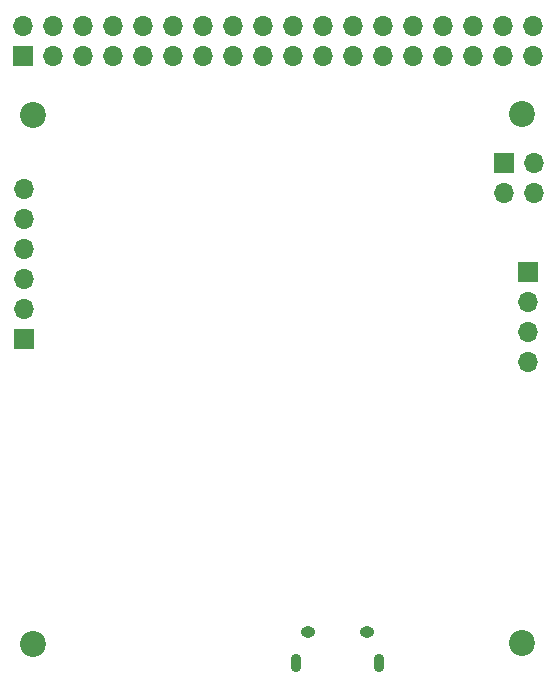
<source format=gbr>
%TF.GenerationSoftware,KiCad,Pcbnew,(5.1.7)-1*%
%TF.CreationDate,2020-10-27T23:28:53+01:00*%
%TF.ProjectId,f1c100s,66316331-3030-4732-9e6b-696361645f70,rev?*%
%TF.SameCoordinates,Original*%
%TF.FileFunction,Soldermask,Bot*%
%TF.FilePolarity,Negative*%
%FSLAX46Y46*%
G04 Gerber Fmt 4.6, Leading zero omitted, Abs format (unit mm)*
G04 Created by KiCad (PCBNEW (5.1.7)-1) date 2020-10-27 23:28:53*
%MOMM*%
%LPD*%
G01*
G04 APERTURE LIST*
%ADD10C,2.200000*%
%ADD11O,1.700000X1.700000*%
%ADD12R,1.700000X1.700000*%
%ADD13O,0.890000X1.550000*%
%ADD14O,1.250000X0.950000*%
G04 APERTURE END LIST*
D10*
%TO.C,REF\u002A\u002A*%
X190855600Y-97622360D03*
%TD*%
%TO.C,REF\u002A\u002A*%
X149418040Y-97693480D03*
%TD*%
%TO.C,REF\u002A\u002A*%
X149418040Y-52948840D03*
%TD*%
%TO.C,REF\u002A\u002A*%
X190855600Y-52877720D03*
%TD*%
D11*
%TO.C,J5*%
X191325500Y-73875900D03*
X191325500Y-71335900D03*
X191325500Y-68795900D03*
D12*
X191325500Y-66255900D03*
%TD*%
D11*
%TO.C,J4*%
X191815720Y-59563000D03*
X189275720Y-59563000D03*
X191815720Y-57023000D03*
D12*
X189275720Y-57023000D03*
%TD*%
D11*
%TO.C,J2*%
X191785240Y-45430440D03*
X191785240Y-47970440D03*
X189245240Y-45430440D03*
X189245240Y-47970440D03*
X186705240Y-45430440D03*
X186705240Y-47970440D03*
X184165240Y-45430440D03*
X184165240Y-47970440D03*
X181625240Y-45430440D03*
X181625240Y-47970440D03*
X179085240Y-45430440D03*
X179085240Y-47970440D03*
X176545240Y-45430440D03*
X176545240Y-47970440D03*
X174005240Y-45430440D03*
X174005240Y-47970440D03*
X171465240Y-45430440D03*
X171465240Y-47970440D03*
X168925240Y-45430440D03*
X168925240Y-47970440D03*
X166385240Y-45430440D03*
X166385240Y-47970440D03*
X163845240Y-45430440D03*
X163845240Y-47970440D03*
X161305240Y-45430440D03*
X161305240Y-47970440D03*
X158765240Y-45430440D03*
X158765240Y-47970440D03*
X156225240Y-45430440D03*
X156225240Y-47970440D03*
X153685240Y-45430440D03*
X153685240Y-47970440D03*
X151145240Y-45430440D03*
X151145240Y-47970440D03*
X148605240Y-45430440D03*
D12*
X148605240Y-47970440D03*
%TD*%
D11*
%TO.C,J3*%
X148678900Y-59182000D03*
X148678900Y-61722000D03*
X148678900Y-64262000D03*
X148678900Y-66802000D03*
X148678900Y-69342000D03*
D12*
X148678900Y-71882000D03*
%TD*%
D13*
%TO.C,J1*%
X178734600Y-99369400D03*
X171734600Y-99369400D03*
D14*
X177734600Y-96669400D03*
X172734600Y-96669400D03*
%TD*%
M02*

</source>
